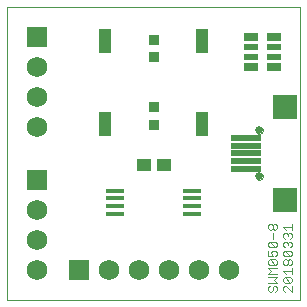
<source format=gts>
G75*
%MOIN*%
%OFA0B0*%
%FSLAX25Y25*%
%IPPOS*%
%LPD*%
%AMOC8*
5,1,8,0,0,1.08239X$1,22.5*
%
%ADD10C,0.00000*%
%ADD11C,0.00400*%
%ADD12R,0.04731X0.04337*%
%ADD13R,0.06306X0.01581*%
%ADD14R,0.06825X0.06825*%
%ADD15C,0.06825*%
%ADD16R,0.03550X0.03550*%
%ADD17R,0.04928X0.02132*%
%ADD18R,0.04928X0.02880*%
%ADD19R,0.04337X0.08274*%
%ADD20R,0.10243X0.01975*%
%ADD21R,0.07880X0.07880*%
%ADD22C,0.02565*%
D10*
X0001600Y0001600D02*
X0001600Y0099100D01*
X0099100Y0099100D01*
X0099100Y0001600D01*
X0001600Y0001600D01*
X0084552Y0042673D02*
X0084554Y0042738D01*
X0084560Y0042804D01*
X0084570Y0042868D01*
X0084583Y0042932D01*
X0084601Y0042995D01*
X0084622Y0043057D01*
X0084647Y0043117D01*
X0084676Y0043176D01*
X0084708Y0043233D01*
X0084744Y0043288D01*
X0084782Y0043341D01*
X0084824Y0043391D01*
X0084869Y0043439D01*
X0084917Y0043484D01*
X0084967Y0043526D01*
X0085020Y0043564D01*
X0085075Y0043600D01*
X0085132Y0043632D01*
X0085191Y0043661D01*
X0085251Y0043686D01*
X0085313Y0043707D01*
X0085376Y0043725D01*
X0085440Y0043738D01*
X0085504Y0043748D01*
X0085570Y0043754D01*
X0085635Y0043756D01*
X0085700Y0043754D01*
X0085766Y0043748D01*
X0085830Y0043738D01*
X0085894Y0043725D01*
X0085957Y0043707D01*
X0086019Y0043686D01*
X0086079Y0043661D01*
X0086138Y0043632D01*
X0086195Y0043600D01*
X0086250Y0043564D01*
X0086303Y0043526D01*
X0086353Y0043484D01*
X0086401Y0043439D01*
X0086446Y0043391D01*
X0086488Y0043341D01*
X0086526Y0043288D01*
X0086562Y0043233D01*
X0086594Y0043176D01*
X0086623Y0043117D01*
X0086648Y0043057D01*
X0086669Y0042995D01*
X0086687Y0042932D01*
X0086700Y0042868D01*
X0086710Y0042804D01*
X0086716Y0042738D01*
X0086718Y0042673D01*
X0086716Y0042608D01*
X0086710Y0042542D01*
X0086700Y0042478D01*
X0086687Y0042414D01*
X0086669Y0042351D01*
X0086648Y0042289D01*
X0086623Y0042229D01*
X0086594Y0042170D01*
X0086562Y0042113D01*
X0086526Y0042058D01*
X0086488Y0042005D01*
X0086446Y0041955D01*
X0086401Y0041907D01*
X0086353Y0041862D01*
X0086303Y0041820D01*
X0086250Y0041782D01*
X0086195Y0041746D01*
X0086138Y0041714D01*
X0086079Y0041685D01*
X0086019Y0041660D01*
X0085957Y0041639D01*
X0085894Y0041621D01*
X0085830Y0041608D01*
X0085766Y0041598D01*
X0085700Y0041592D01*
X0085635Y0041590D01*
X0085570Y0041592D01*
X0085504Y0041598D01*
X0085440Y0041608D01*
X0085376Y0041621D01*
X0085313Y0041639D01*
X0085251Y0041660D01*
X0085191Y0041685D01*
X0085132Y0041714D01*
X0085075Y0041746D01*
X0085020Y0041782D01*
X0084967Y0041820D01*
X0084917Y0041862D01*
X0084869Y0041907D01*
X0084824Y0041955D01*
X0084782Y0042005D01*
X0084744Y0042058D01*
X0084708Y0042113D01*
X0084676Y0042170D01*
X0084647Y0042229D01*
X0084622Y0042289D01*
X0084601Y0042351D01*
X0084583Y0042414D01*
X0084570Y0042478D01*
X0084560Y0042542D01*
X0084554Y0042608D01*
X0084552Y0042673D01*
X0084552Y0058027D02*
X0084554Y0058092D01*
X0084560Y0058158D01*
X0084570Y0058222D01*
X0084583Y0058286D01*
X0084601Y0058349D01*
X0084622Y0058411D01*
X0084647Y0058471D01*
X0084676Y0058530D01*
X0084708Y0058587D01*
X0084744Y0058642D01*
X0084782Y0058695D01*
X0084824Y0058745D01*
X0084869Y0058793D01*
X0084917Y0058838D01*
X0084967Y0058880D01*
X0085020Y0058918D01*
X0085075Y0058954D01*
X0085132Y0058986D01*
X0085191Y0059015D01*
X0085251Y0059040D01*
X0085313Y0059061D01*
X0085376Y0059079D01*
X0085440Y0059092D01*
X0085504Y0059102D01*
X0085570Y0059108D01*
X0085635Y0059110D01*
X0085700Y0059108D01*
X0085766Y0059102D01*
X0085830Y0059092D01*
X0085894Y0059079D01*
X0085957Y0059061D01*
X0086019Y0059040D01*
X0086079Y0059015D01*
X0086138Y0058986D01*
X0086195Y0058954D01*
X0086250Y0058918D01*
X0086303Y0058880D01*
X0086353Y0058838D01*
X0086401Y0058793D01*
X0086446Y0058745D01*
X0086488Y0058695D01*
X0086526Y0058642D01*
X0086562Y0058587D01*
X0086594Y0058530D01*
X0086623Y0058471D01*
X0086648Y0058411D01*
X0086669Y0058349D01*
X0086687Y0058286D01*
X0086700Y0058222D01*
X0086710Y0058158D01*
X0086716Y0058092D01*
X0086718Y0058027D01*
X0086716Y0057962D01*
X0086710Y0057896D01*
X0086700Y0057832D01*
X0086687Y0057768D01*
X0086669Y0057705D01*
X0086648Y0057643D01*
X0086623Y0057583D01*
X0086594Y0057524D01*
X0086562Y0057467D01*
X0086526Y0057412D01*
X0086488Y0057359D01*
X0086446Y0057309D01*
X0086401Y0057261D01*
X0086353Y0057216D01*
X0086303Y0057174D01*
X0086250Y0057136D01*
X0086195Y0057100D01*
X0086138Y0057068D01*
X0086079Y0057039D01*
X0086019Y0057014D01*
X0085957Y0056993D01*
X0085894Y0056975D01*
X0085830Y0056962D01*
X0085766Y0056952D01*
X0085700Y0056946D01*
X0085635Y0056944D01*
X0085570Y0056946D01*
X0085504Y0056952D01*
X0085440Y0056962D01*
X0085376Y0056975D01*
X0085313Y0056993D01*
X0085251Y0057014D01*
X0085191Y0057039D01*
X0085132Y0057068D01*
X0085075Y0057100D01*
X0085020Y0057136D01*
X0084967Y0057174D01*
X0084917Y0057216D01*
X0084869Y0057261D01*
X0084824Y0057309D01*
X0084782Y0057359D01*
X0084744Y0057412D01*
X0084708Y0057467D01*
X0084676Y0057524D01*
X0084647Y0057583D01*
X0084622Y0057643D01*
X0084601Y0057705D01*
X0084583Y0057768D01*
X0084570Y0057832D01*
X0084560Y0057896D01*
X0084554Y0057962D01*
X0084552Y0058027D01*
D11*
X0089065Y0026794D02*
X0089532Y0026794D01*
X0089999Y0026327D01*
X0089999Y0025393D01*
X0089532Y0024926D01*
X0089065Y0024926D01*
X0088598Y0025393D01*
X0088598Y0026327D01*
X0089065Y0026794D01*
X0089999Y0026327D02*
X0090466Y0026794D01*
X0090933Y0026794D01*
X0091400Y0026327D01*
X0091400Y0025393D01*
X0090933Y0024926D01*
X0090466Y0024926D01*
X0089999Y0025393D01*
X0089999Y0023847D02*
X0089999Y0021979D01*
X0089065Y0020901D02*
X0090933Y0020901D01*
X0091400Y0020434D01*
X0091400Y0019500D01*
X0090933Y0019033D01*
X0089065Y0020901D01*
X0088598Y0020434D01*
X0088598Y0019500D01*
X0089065Y0019033D01*
X0090933Y0019033D01*
X0090933Y0017954D02*
X0089999Y0017954D01*
X0089532Y0017487D01*
X0089532Y0017020D01*
X0089999Y0016086D01*
X0088598Y0016086D01*
X0088598Y0017954D01*
X0090933Y0017954D02*
X0091400Y0017487D01*
X0091400Y0016553D01*
X0090933Y0016086D01*
X0090933Y0015008D02*
X0091400Y0014541D01*
X0091400Y0013607D01*
X0090933Y0013140D01*
X0089065Y0015008D01*
X0090933Y0015008D01*
X0090933Y0013140D02*
X0089065Y0013140D01*
X0088598Y0013607D01*
X0088598Y0014541D01*
X0089065Y0015008D01*
X0088598Y0012061D02*
X0091400Y0012061D01*
X0091400Y0010193D02*
X0088598Y0010193D01*
X0089532Y0011127D01*
X0088598Y0012061D01*
X0088598Y0009115D02*
X0091400Y0009115D01*
X0090466Y0008181D01*
X0091400Y0007247D01*
X0088598Y0007247D01*
X0089065Y0006168D02*
X0088598Y0005701D01*
X0088598Y0004767D01*
X0089065Y0004300D01*
X0089532Y0004300D01*
X0089999Y0004767D01*
X0089999Y0005701D01*
X0090466Y0006168D01*
X0090933Y0006168D01*
X0091400Y0005701D01*
X0091400Y0004767D01*
X0090933Y0004300D01*
X0093598Y0004767D02*
X0094065Y0004300D01*
X0093598Y0004767D02*
X0093598Y0005701D01*
X0094065Y0006168D01*
X0094532Y0006168D01*
X0096400Y0004300D01*
X0096400Y0006168D01*
X0095933Y0007247D02*
X0094065Y0009115D01*
X0095933Y0009115D01*
X0096400Y0008648D01*
X0096400Y0007714D01*
X0095933Y0007247D01*
X0094065Y0007247D01*
X0093598Y0007714D01*
X0093598Y0008648D01*
X0094065Y0009115D01*
X0094532Y0010193D02*
X0093598Y0011127D01*
X0096400Y0011127D01*
X0096400Y0010193D02*
X0096400Y0012061D01*
X0095933Y0013140D02*
X0095466Y0013140D01*
X0094999Y0013607D01*
X0094999Y0014541D01*
X0095466Y0015008D01*
X0095933Y0015008D01*
X0096400Y0014541D01*
X0096400Y0013607D01*
X0095933Y0013140D01*
X0094999Y0013607D02*
X0094532Y0013140D01*
X0094065Y0013140D01*
X0093598Y0013607D01*
X0093598Y0014541D01*
X0094065Y0015008D01*
X0094532Y0015008D01*
X0094999Y0014541D01*
X0095933Y0016086D02*
X0094065Y0016086D01*
X0093598Y0016553D01*
X0093598Y0017487D01*
X0094065Y0017954D01*
X0095933Y0016086D01*
X0096400Y0016553D01*
X0096400Y0017487D01*
X0095933Y0017954D01*
X0094065Y0017954D01*
X0094065Y0019033D02*
X0093598Y0019500D01*
X0093598Y0020434D01*
X0094065Y0020901D01*
X0094532Y0020901D01*
X0094999Y0020434D01*
X0095466Y0020901D01*
X0095933Y0020901D01*
X0096400Y0020434D01*
X0096400Y0019500D01*
X0095933Y0019033D01*
X0094999Y0019967D02*
X0094999Y0020434D01*
X0095933Y0021979D02*
X0096400Y0022446D01*
X0096400Y0023380D01*
X0095933Y0023847D01*
X0095466Y0023847D01*
X0094999Y0023380D01*
X0094999Y0022913D01*
X0094999Y0023380D02*
X0094532Y0023847D01*
X0094065Y0023847D01*
X0093598Y0023380D01*
X0093598Y0022446D01*
X0094065Y0021979D01*
X0094532Y0024926D02*
X0093598Y0025860D01*
X0096400Y0025860D01*
X0096400Y0024926D02*
X0096400Y0026794D01*
D12*
X0053696Y0046600D03*
X0047004Y0046600D03*
D13*
X0037555Y0037939D03*
X0037555Y0035380D03*
X0037555Y0032820D03*
X0037555Y0030261D03*
X0063145Y0030261D03*
X0063145Y0032820D03*
X0063145Y0035380D03*
X0063145Y0037939D03*
D14*
X0025350Y0011600D03*
X0011600Y0041600D03*
X0011600Y0089100D03*
D15*
X0011600Y0079100D03*
X0011600Y0069100D03*
X0011600Y0059100D03*
X0011600Y0031600D03*
X0011600Y0021600D03*
X0011600Y0011600D03*
X0035350Y0011600D03*
X0045350Y0011600D03*
X0055350Y0011600D03*
X0065350Y0011600D03*
X0075350Y0011600D03*
D16*
X0050350Y0059897D03*
X0050350Y0065803D03*
X0050350Y0082397D03*
X0050350Y0088303D03*
D17*
X0082761Y0085675D03*
X0082761Y0082525D03*
X0090439Y0082525D03*
X0090439Y0085675D03*
D18*
X0090439Y0089198D03*
X0082761Y0089198D03*
X0082761Y0079002D03*
X0090439Y0079002D03*
D19*
X0066600Y0087880D03*
X0066600Y0060320D03*
X0034100Y0060320D03*
X0034100Y0087880D03*
D20*
X0081305Y0055468D03*
X0081305Y0052909D03*
X0081305Y0050350D03*
X0081305Y0047791D03*
X0081305Y0045232D03*
D21*
X0094100Y0034799D03*
X0094100Y0065901D03*
D22*
X0085635Y0058027D03*
X0085635Y0042673D03*
M02*

</source>
